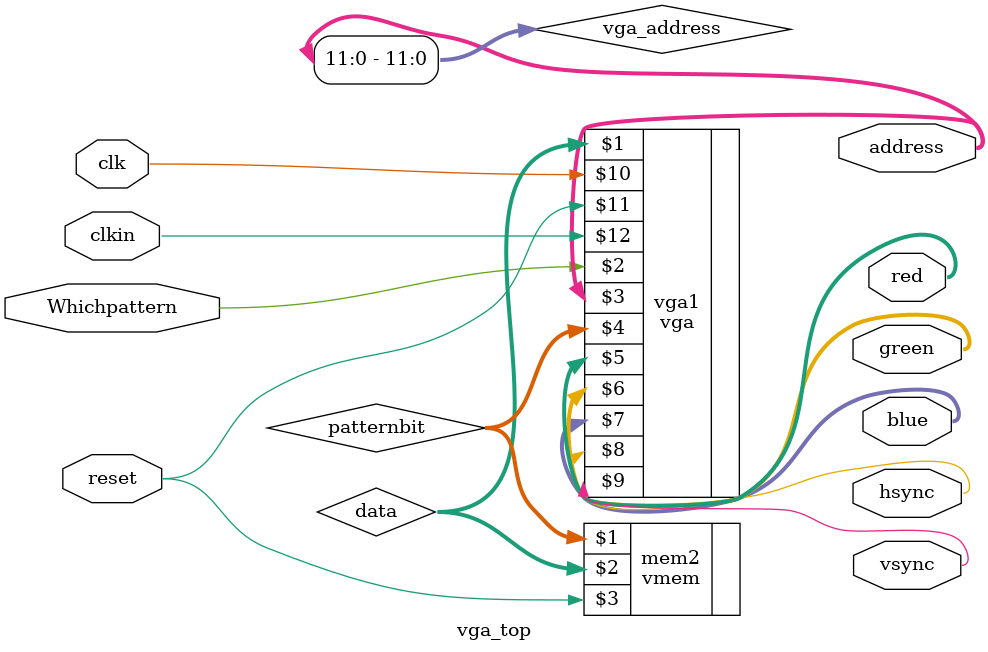
<source format=v>
module vga_top(red,green,blue,hsync,vsync,clk,reset,clkin,
	Whichpattern, address);

input reset,clkin,Whichpattern,clk;
output [1:0] red;
output [2:0] green,blue;
output hsync,vsync;
//output clk;
output [14:0] address;

//reg ren,wen,datain;

wire [7:0]  data;
wire [14:0] patternbit;//, vdata1, vdata2;
wire Whichpattern;
wire [14:0] address;
wire [1:0] red;
wire [2:0] blue,green;
wire hsync,vsync,clk;
wire reset;
wire clkin;

wire [11:0] vga_address;
assign vga_address = address[11:0];

/*always
begin
	ren = 1;
	wen = 0;
	datain = 0;
end*/

vga vga1(data,Whichpattern,address,patternbit,red,green,blue,hsync,vsync,clk,reset,clkin);
//vmem mem1(address,Whichpattern,reset);
vmem mem2(patternbit,data,reset);
//bram videoram(address,Whichpattern,clkin,datain,ren,reset,wen);



endmodule

</source>
